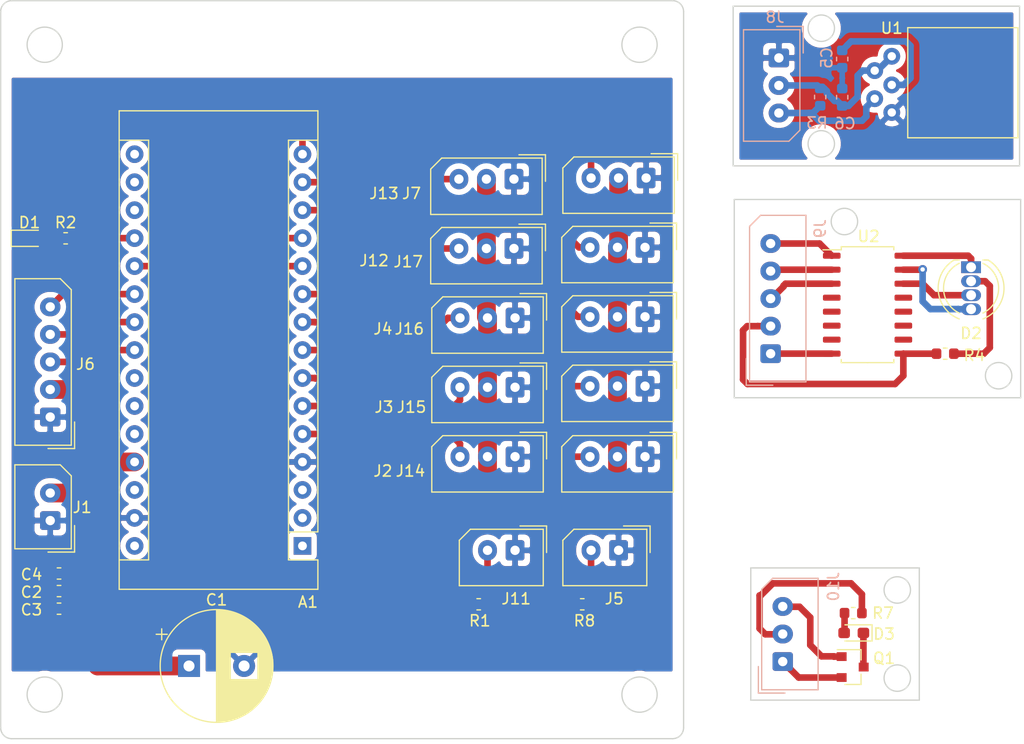
<source format=kicad_pcb>
(kicad_pcb (version 20171130) (host pcbnew "(5.1.4)-1")
  (layers (0 F.Cu signal) (31 B.Cu signal) (34 B.Paste user) (35 F.Paste user) (36 B.SilkS user) (37 F.SilkS user) (38 B.Mask user) (39 F.Mask user) (44 Edge.Cuts user))
  (net 0 "")
  (net 1 "Net-(A1-Pad19)")
  (net 2 GND)
  (net 3 M_LED_BLUE)
  (net 4 PD2)
  (net 5 M_B_OUT)
  (net 6 PD3)
  (net 7 M_G_OUT)
  (net 8 PD4)
  (net 9 M_R_OUT)
  (net 10 "Net-(A1-Pad11)")
  (net 11 +5V)
  (net 12 "Net-(A1-Pad12)")
  (net 13 "Net-(C5-Pad2)")
  (net 14 GNDS)
  (net 15 VDDF)
  (net 16 "Net-(D1-Pad2)")
  (net 17 "Net-(D2-Pad1)")
  (net 18 "Net-(D2-Pad2)")
  (net 19 "Net-(D2-Pad3)")
  (net 20 "Net-(D2-Pad4)")
  (net 21 "Net-(D3-Pad2)")
  (net 22 "Net-(D3-Pad1)")
  (net 23 PB1)
  (net 24 B_OUT)
  (net 25 G_OUT)
  (net 26 R_OUT)
  (net 27 OUT)
  (net 28 GNDA)
  (net 29 +5VD)
  (net 30 GNDD)
  (net 31 VDD)
  (net 32 SIG)
  (net 33 PB0)
  (net 34 PD5)
  (net 35 PD6)
  (net 36 PD7)
  (net 37 PB2)
  (net 38 PB3)
  (net 39 PB4)
  (module Package_TO_SOT_SMD:SOT-23 (layer F.Cu) (at 121.35 106.5)
    (fp_text reference Q1 (at 2.85 -0.8) (layer F.SilkS))
    (fp_text value 2N2222)
    (pad 3 smd rect (at 1 0) (size 0.9 0.8) (layers F.Cu F.Paste F.Mask) (net 22 "Net-(D3-Pad1)"))
    (pad 2 smd rect (at -1 0.95) (size 0.9 0.8) (layers F.Cu F.Paste F.Mask) (net 30 GNDD))
    (pad 1 smd rect (at -1 -0.95) (size 0.9 0.8) (layers F.Cu F.Paste F.Mask) (net 32 SIG))
  )
  (module Connector_Molex:Molex_SPOX_5267-05A_1x05_P2.50mm_Vertical (layer F.Cu) (at 48.5 83.8 90)
    (fp_text reference J6 (at 4.8 3.2 180) (layer F.SilkS))
    (fp_text value Conn_01x05_Female)
    (pad 5 thru_hole oval (at 10 0 90) (size 1.7 1.85) (drill 0.85) (layers *.Cu *.Mask) (net 5 M_B_OUT))
    (pad 4 thru_hole oval (at 7.5 0 90) (size 1.7 1.85) (drill 0.85) (layers *.Cu *.Mask) (net 7 M_G_OUT))
    (pad 3 thru_hole oval (at 5 0 90) (size 1.7 1.85) (drill 0.85) (layers *.Cu *.Mask) (net 9 M_R_OUT))
    (pad 2 thru_hole oval (at 2.5 0 90) (size 1.7 1.85) (drill 0.85) (layers *.Cu *.Mask) (net 11 +5V))
    (pad 1 thru_hole roundrect (at 0 0 90) (size 1.7 1.85) (drill 0.85) (layers *.Cu *.Mask) (roundrect_rratio 0.147059) (net 2 GND))
  )
  (module Module:Arduino_Nano (layer F.Cu) (at 71.4 95.5 180)
    (fp_text reference A1 (at -0.5 -5.1) (layer F.SilkS))
    (fp_text value Arduino_Nano)
    (pad 1 thru_hole rect (at 0 0 180) (size 1.6 1.6) (drill 0.8) (layers *.Cu *.Mask))
    (pad 17 thru_hole oval (at 15.24 33.02 180) (size 1.6 1.6) (drill 0.8) (layers *.Cu *.Mask))
    (pad 2 thru_hole oval (at 0 2.54 180) (size 1.6 1.6) (drill 0.8) (layers *.Cu *.Mask))
    (pad 18 thru_hole oval (at 15.24 30.48 180) (size 1.6 1.6) (drill 0.8) (layers *.Cu *.Mask))
    (pad 3 thru_hole oval (at 0 5.08 180) (size 1.6 1.6) (drill 0.8) (layers *.Cu *.Mask))
    (pad 19 thru_hole oval (at 15.24 27.94 180) (size 1.6 1.6) (drill 0.8) (layers *.Cu *.Mask) (net 1 "Net-(A1-Pad19)"))
    (pad 4 thru_hole oval (at 0 7.62 180) (size 1.6 1.6) (drill 0.8) (layers *.Cu *.Mask) (net 2 GND))
    (pad 20 thru_hole oval (at 15.24 25.4 180) (size 1.6 1.6) (drill 0.8) (layers *.Cu *.Mask) (net 3 M_LED_BLUE))
    (pad 5 thru_hole oval (at 0 10.16 180) (size 1.6 1.6) (drill 0.8) (layers *.Cu *.Mask) (net 4 PD2))
    (pad 21 thru_hole oval (at 15.24 22.86 180) (size 1.6 1.6) (drill 0.8) (layers *.Cu *.Mask) (net 5 M_B_OUT))
    (pad 6 thru_hole oval (at 0 12.7 180) (size 1.6 1.6) (drill 0.8) (layers *.Cu *.Mask) (net 6 PD3))
    (pad 22 thru_hole oval (at 15.24 20.32 180) (size 1.6 1.6) (drill 0.8) (layers *.Cu *.Mask) (net 7 M_G_OUT))
    (pad 7 thru_hole oval (at 0 15.24 180) (size 1.6 1.6) (drill 0.8) (layers *.Cu *.Mask) (net 8 PD4))
    (pad 23 thru_hole oval (at 15.24 17.78 180) (size 1.6 1.6) (drill 0.8) (layers *.Cu *.Mask) (net 9 M_R_OUT))
    (pad 8 thru_hole oval (at 0 17.78 180) (size 1.6 1.6) (drill 0.8) (layers *.Cu *.Mask) (net 34 PD5))
    (pad 24 thru_hole oval (at 15.24 15.24 180) (size 1.6 1.6) (drill 0.8) (layers *.Cu *.Mask))
    (pad 9 thru_hole oval (at 0 20.32 180) (size 1.6 1.6) (drill 0.8) (layers *.Cu *.Mask) (net 35 PD6))
    (pad 25 thru_hole oval (at 15.24 12.7 180) (size 1.6 1.6) (drill 0.8) (layers *.Cu *.Mask))
    (pad 10 thru_hole oval (at 0 22.86 180) (size 1.6 1.6) (drill 0.8) (layers *.Cu *.Mask) (net 36 PD7))
    (pad 26 thru_hole oval (at 15.24 10.16 180) (size 1.6 1.6) (drill 0.8) (layers *.Cu *.Mask))
    (pad 11 thru_hole oval (at 0 25.4 180) (size 1.6 1.6) (drill 0.8) (layers *.Cu *.Mask) (net 10 "Net-(A1-Pad11)"))
    (pad 27 thru_hole oval (at 15.24 7.62 180) (size 1.6 1.6) (drill 0.8) (layers *.Cu *.Mask) (net 11 +5V))
    (pad 12 thru_hole oval (at 0 27.94 180) (size 1.6 1.6) (drill 0.8) (layers *.Cu *.Mask) (net 12 "Net-(A1-Pad12)"))
    (pad 28 thru_hole oval (at 15.24 5.08 180) (size 1.6 1.6) (drill 0.8) (layers *.Cu *.Mask))
    (pad 13 thru_hole oval (at 0 30.48 180) (size 1.6 1.6) (drill 0.8) (layers *.Cu *.Mask) (net 37 PB2))
    (pad 29 thru_hole oval (at 15.24 2.54 180) (size 1.6 1.6) (drill 0.8) (layers *.Cu *.Mask) (net 2 GND))
    (pad 14 thru_hole oval (at 0 33.02 180) (size 1.6 1.6) (drill 0.8) (layers *.Cu *.Mask) (net 38 PB3))
    (pad 30 thru_hole oval (at 15.24 0 180) (size 1.6 1.6) (drill 0.8) (layers *.Cu *.Mask))
    (pad 15 thru_hole oval (at 0 35.56 180) (size 1.6 1.6) (drill 0.8) (layers *.Cu *.Mask) (net 39 PB4))
    (pad 16 thru_hole oval (at 15.24 35.56 180) (size 1.6 1.6) (drill 0.8) (layers *.Cu *.Mask))
  )
  (module Capacitor_THT:CP_Radial_D10.0mm_P5.00mm (layer F.Cu) (at 61.1 106.4)
    (fp_text reference C1 (at 2.5 -6) (layer F.SilkS))
    (fp_text value 220uF)
    (pad 1 thru_hole rect (at 0 0) (size 2 2) (drill 1) (layers *.Cu *.Mask) (net 11 +5V))
    (pad 2 thru_hole circle (at 5 0) (size 2 2) (drill 1) (layers *.Cu *.Mask) (net 2 GND))
  )
  (module Capacitor_SMD:C_0603_1608Metric (layer F.Cu) (at 49.3 99.6 180)
    (fp_text reference C2 (at 2.5 -0.1) (layer F.SilkS))
    (fp_text value 100nF)
    (pad 1 smd roundrect (at -0.7875 0 180) (size 0.875 0.95) (layers F.Cu F.Paste F.Mask) (net 11 +5V))
    (pad 2 smd roundrect (at 0.7875 0 180) (size 0.875 0.95) (layers F.Cu F.Paste F.Mask) (net 2 GND))
  )
  (module Capacitor_SMD:C_0603_1608Metric (layer F.Cu) (at 49.3 101.2 180)
    (fp_text reference C3 (at 2.5 -0.1) (layer F.SilkS))
    (fp_text value 100nF)
    (pad 2 smd roundrect (at 0.7875 0 180) (size 0.875 0.95) (layers F.Cu F.Paste F.Mask) (net 2 GND))
    (pad 1 smd roundrect (at -0.7875 0 180) (size 0.875 0.95) (layers F.Cu F.Paste F.Mask) (net 11 +5V))
  )
  (module Capacitor_SMD:C_0603_1608Metric (layer F.Cu) (at 49.3 98.005001 180)
    (fp_text reference C4 (at 2.5 -0.094999) (layer F.SilkS))
    (fp_text value 100nF)
    (pad 1 smd roundrect (at -0.7875 0 180) (size 0.875 0.95) (layers F.Cu F.Paste F.Mask) (net 11 +5V))
    (pad 2 smd roundrect (at 0.7875 0 180) (size 0.875 0.95) (layers F.Cu F.Paste F.Mask) (net 2 GND))
  )
  (module Capacitor_SMD:C_0603_1608Metric (layer B.Cu) (at 120.4 51.3 90)
    (fp_text reference C5 (at 0.1 -1.4 90) (layer B.SilkS) (effects (justify mirror)))
    (fp_text value 1uF)
    (pad 2 smd roundrect (at 0.7875 0 90) (size 0.875 0.95) (layers B.Cu B.Paste B.Mask) (net 13 "Net-(C5-Pad2)"))
    (pad 1 smd roundrect (at -0.7875 0 90) (size 0.875 0.95) (layers B.Cu B.Paste B.Mask) (net 14 GNDS))
  )
  (module Capacitor_SMD:C_0603_1608Metric (layer B.Cu) (at 120.4 54.765001 270)
    (fp_text reference C6 (at 2.384999 -0.25) (layer B.SilkS) (effects (justify mirror)))
    (fp_text value 1uF)
    (pad 1 smd roundrect (at -0.7875 0 270) (size 0.875 0.95) (layers B.Cu B.Paste B.Mask) (net 14 GNDS))
    (pad 2 smd roundrect (at 0.7875 0 270) (size 0.875 0.95) (layers B.Cu B.Paste B.Mask) (net 15 VDDF))
  )
  (module LED_SMD:LED_0603_1608Metric_Pad1.05x0.95mm_HandSolder (layer F.Cu) (at 46.620001 67.575)
    (fp_text reference D1 (at 0 -1.43) (layer F.SilkS))
    (fp_text value Blue)
    (pad 1 smd roundrect (at -0.875 0) (size 1.05 0.95) (layers F.Cu F.Paste F.Mask) (net 2 GND))
    (pad 2 smd roundrect (at 0.875 0) (size 1.05 0.95) (layers F.Cu F.Paste F.Mask) (net 16 "Net-(D1-Pad2)"))
  )
  (module LED_SMD:LED_0603_1608Metric_Pad1.05x0.95mm_HandSolder (layer F.Cu) (at 121.45 103.4 180)
    (fp_text reference D3 (at -2.75 -0.1) (layer F.SilkS))
    (fp_text value LED)
    (pad 2 smd roundrect (at 0.875 0 180) (size 1.05 0.95) (layers F.Cu F.Paste F.Mask) (net 21 "Net-(D3-Pad2)"))
    (pad 1 smd roundrect (at -0.875 0 180) (size 1.05 0.95) (layers F.Cu F.Paste F.Mask) (net 22 "Net-(D3-Pad1)"))
  )
  (module Connector_Molex:Molex_SPOX_5267-02A_1x02_P2.50mm_Vertical (layer F.Cu) (at 48.5 93.2 90)
    (fp_text reference J1 (at 1.2 2.9) (layer F.SilkS))
    (fp_text value POWER)
    (pad 1 thru_hole roundrect (at 0 0 90) (size 1.7 1.85) (drill 0.85) (layers *.Cu *.Mask) (roundrect_rratio 0.147059) (net 2 GND))
    (pad 2 thru_hole oval (at 2.5 0 90) (size 1.7 1.85) (drill 0.85) (layers *.Cu *.Mask) (net 11 +5V))
  )
  (module Connector_Molex:Molex_SPOX_5267-03A_1x03_P2.50mm_Vertical (layer F.Cu) (at 90.7 87.4 180)
    (fp_text reference J2 (at 12 -1.3) (layer F.SilkS))
    (fp_text value TOUCH)
    (pad 3 thru_hole oval (at 5 0 180) (size 1.7 1.85) (drill 0.85) (layers *.Cu *.Mask) (net 4 PD2))
    (pad 2 thru_hole oval (at 2.5 0 180) (size 1.7 1.85) (drill 0.85) (layers *.Cu *.Mask) (net 11 +5V))
    (pad 1 thru_hole roundrect (at 0 0 180) (size 1.7 1.85) (drill 0.85) (layers *.Cu *.Mask) (roundrect_rratio 0.147059) (net 2 GND))
  )
  (module Connector_Molex:Molex_SPOX_5267-03A_1x03_P2.50mm_Vertical (layer F.Cu) (at 90.7 81.1 180)
    (fp_text reference J3 (at 11.9 -1.8) (layer F.SilkS))
    (fp_text value TOUCH)
    (pad 1 thru_hole roundrect (at 0 0 180) (size 1.7 1.85) (drill 0.85) (layers *.Cu *.Mask) (roundrect_rratio 0.147059) (net 2 GND))
    (pad 2 thru_hole oval (at 2.5 0 180) (size 1.7 1.85) (drill 0.85) (layers *.Cu *.Mask) (net 11 +5V))
    (pad 3 thru_hole oval (at 5 0 180) (size 1.7 1.85) (drill 0.85) (layers *.Cu *.Mask) (net 6 PD3))
  )
  (module Connector_Molex:Molex_SPOX_5267-03A_1x03_P2.50mm_Vertical (layer F.Cu) (at 90.7 74.8 180)
    (fp_text reference J4 (at 12 -1) (layer F.SilkS))
    (fp_text value TOUCH)
    (pad 3 thru_hole oval (at 5 0 180) (size 1.7 1.85) (drill 0.85) (layers *.Cu *.Mask) (net 8 PD4))
    (pad 2 thru_hole oval (at 2.5 0 180) (size 1.7 1.85) (drill 0.85) (layers *.Cu *.Mask) (net 11 +5V))
    (pad 1 thru_hole roundrect (at 0 0 180) (size 1.7 1.85) (drill 0.85) (layers *.Cu *.Mask) (roundrect_rratio 0.147059) (net 2 GND))
  )
  (module Connector_Molex:Molex_SPOX_5267-02A_1x02_P2.50mm_Vertical (layer F.Cu) (at 100.1 95.9 180)
    (fp_text reference J5 (at 0.4 -4.4) (layer F.SilkS))
    (fp_text value WS2812B)
    (pad 2 thru_hole oval (at 2.5 0 180) (size 1.7 1.85) (drill 0.85) (layers *.Cu *.Mask) (net 23 PB1))
    (pad 1 thru_hole roundrect (at 0 0 180) (size 1.7 1.85) (drill 0.85) (layers *.Cu *.Mask) (roundrect_rratio 0.147059) (net 2 GND))
  )
  (module Connector_Molex:Molex_SPOX_5267-03A_1x03_P2.50mm_Vertical (layer F.Cu) (at 102.6 62.1 180)
    (fp_text reference J7 (at 21.3 -1.4) (layer F.SilkS))
    (fp_text value BLUE_LED)
    (pad 1 thru_hole roundrect (at 0 0 180) (size 1.7 1.85) (drill 0.85) (layers *.Cu *.Mask) (roundrect_rratio 0.147059) (net 2 GND))
    (pad 2 thru_hole oval (at 2.5 0 180) (size 1.7 1.85) (drill 0.85) (layers *.Cu *.Mask) (net 11 +5V))
    (pad 3 thru_hole oval (at 5 0 180) (size 1.7 1.85) (drill 0.85) (layers *.Cu *.Mask) (net 3 M_LED_BLUE))
  )
  (module Connector_Molex:Molex_SPOX_5267-03A_1x03_P2.50mm_Vertical (layer B.Cu) (at 114.65 51.2 270)
    (fp_text reference J8 (at -3.7 0.35 180) (layer B.SilkS) (effects (justify mirror)))
    (fp_text value Conn_01x03_Female)
    (pad 3 thru_hole oval (at 5 0 270) (size 1.7 1.85) (drill 0.85) (layers *.Cu *.Mask) (net 27 OUT))
    (pad 2 thru_hole oval (at 2.5 0 270) (size 1.7 1.85) (drill 0.85) (layers *.Cu *.Mask) (net 15 VDDF))
    (pad 1 thru_hole roundrect (at 0 0 270) (size 1.7 1.85) (drill 0.85) (layers *.Cu *.Mask) (roundrect_rratio 0.147059) (net 14 GNDS))
  )
  (module Connector_Molex:Molex_SPOX_5267-05A_1x05_P2.50mm_Vertical (layer B.Cu) (at 113.9 78.05 90)
    (fp_text reference J9 (at 11.35 4.5 90) (layer B.SilkS) (effects (justify mirror)))
    (fp_text value Conn_01x05_Female)
    (pad 1 thru_hole roundrect (at 0 0 90) (size 1.7 1.85) (drill 0.85) (layers *.Cu *.Mask) (roundrect_rratio 0.147059) (net 28 GNDA))
    (pad 2 thru_hole oval (at 2.5 0 90) (size 1.7 1.85) (drill 0.85) (layers *.Cu *.Mask) (net 29 +5VD))
    (pad 3 thru_hole oval (at 5 0 90) (size 1.7 1.85) (drill 0.85) (layers *.Cu *.Mask) (net 26 R_OUT))
    (pad 4 thru_hole oval (at 7.5 0 90) (size 1.7 1.85) (drill 0.85) (layers *.Cu *.Mask) (net 25 G_OUT))
    (pad 5 thru_hole oval (at 10 0 90) (size 1.7 1.85) (drill 0.85) (layers *.Cu *.Mask) (net 24 B_OUT))
  )
  (module Connector_Molex:Molex_SPOX_5267-03A_1x03_P2.50mm_Vertical (layer B.Cu) (at 115 106 90)
    (fp_text reference J10 (at 6.8 4.6 270) (layer B.SilkS) (effects (justify mirror)))
    (fp_text value Conn_01x03_Female)
    (pad 1 thru_hole roundrect (at 0 0 90) (size 1.7 1.85) (drill 0.85) (layers *.Cu *.Mask) (roundrect_rratio 0.147059) (net 30 GNDD))
    (pad 2 thru_hole oval (at 2.5 0 90) (size 1.7 1.85) (drill 0.85) (layers *.Cu *.Mask) (net 31 VDD))
    (pad 3 thru_hole oval (at 5 0 90) (size 1.7 1.85) (drill 0.85) (layers *.Cu *.Mask) (net 32 SIG))
  )
  (module Connector_Molex:Molex_SPOX_5267-02A_1x02_P2.50mm_Vertical (layer F.Cu) (at 90.7 95.9 180)
    (fp_text reference J11 (at -0.1 -4.4) (layer F.SilkS))
    (fp_text value WS2812B)
    (pad 1 thru_hole roundrect (at 0 0 180) (size 1.7 1.85) (drill 0.85) (layers *.Cu *.Mask) (roundrect_rratio 0.147059) (net 2 GND))
    (pad 2 thru_hole oval (at 2.5 0 180) (size 1.7 1.85) (drill 0.85) (layers *.Cu *.Mask) (net 33 PB0))
  )
  (module Resistor_SMD:R_0603_1608Metric (layer F.Cu) (at 87.4 100.8)
    (fp_text reference R1 (at 0.1 1.5) (layer F.SilkS))
    (fp_text value 300)
    (pad 2 smd roundrect (at 0.7875 0) (size 0.875 0.95) (layers F.Cu F.Paste F.Mask) (net 33 PB0))
    (pad 1 smd roundrect (at -0.7875 0) (size 0.875 0.95) (layers F.Cu F.Paste F.Mask) (net 10 "Net-(A1-Pad11)"))
  )
  (module Resistor_SMD:R_0603_1608Metric (layer F.Cu) (at 49.9 67.575)
    (fp_text reference R2 (at 0 -1.43) (layer F.SilkS))
    (fp_text value 470)
    (pad 1 smd roundrect (at -0.7875 0) (size 0.875 0.95) (layers F.Cu F.Paste F.Mask) (net 16 "Net-(D1-Pad2)"))
    (pad 2 smd roundrect (at 0.7875 0) (size 0.875 0.95) (layers F.Cu F.Paste F.Mask) (net 1 "Net-(A1-Pad19)"))
  )
  (module Resistor_SMD:R_0603_1608Metric (layer B.Cu) (at 118.4 54.75 90)
    (fp_text reference R3 (at -2.35 -0.29 180) (layer B.SilkS) (effects (justify mirror)))
    (fp_text value 10k)
    (pad 2 smd roundrect (at 0.7875 0 90) (size 0.875 0.95) (layers B.Cu B.Paste B.Mask) (net 15 VDDF))
    (pad 1 smd roundrect (at -0.7875 0 90) (size 0.875 0.95) (layers B.Cu B.Paste B.Mask) (net 27 OUT))
  )
  (module Resistor_SMD:R_0603_1608Metric (layer F.Cu) (at 129.75 78.05)
    (fp_text reference R4 (at 2.65 0.15) (layer F.SilkS))
    (fp_text value 470)
    (pad 2 smd roundrect (at 0.7875 0) (size 0.875 0.95) (layers F.Cu F.Paste F.Mask) (net 18 "Net-(D2-Pad2)"))
    (pad 1 smd roundrect (at -0.7875 0) (size 0.875 0.95) (layers F.Cu F.Paste F.Mask) (net 29 +5VD))
  )
  (module Resistor_SMD:R_0603_1608Metric (layer F.Cu) (at 121.4 101.6 180)
    (fp_text reference R7 (at -2.7 0) (layer F.SilkS))
    (fp_text value 470)
    (pad 1 smd roundrect (at -0.7875 0 180) (size 0.875 0.95) (layers F.Cu F.Paste F.Mask) (net 31 VDD))
    (pad 2 smd roundrect (at 0.7875 0 180) (size 0.875 0.95) (layers F.Cu F.Paste F.Mask) (net 21 "Net-(D3-Pad2)"))
  )
  (module Resistor_SMD:R_0603_1608Metric (layer F.Cu) (at 96.8 100.8)
    (fp_text reference R8 (at 0.2 1.5) (layer F.SilkS))
    (fp_text value 300)
    (pad 1 smd roundrect (at -0.7875 0) (size 0.875 0.95) (layers F.Cu F.Paste F.Mask) (net 12 "Net-(A1-Pad12)"))
    (pad 2 smd roundrect (at 0.7875 0) (size 0.875 0.95) (layers F.Cu F.Paste F.Mask) (net 23 PB1))
  )
  (module JYment_LIB:DS01S_DIP_SiliconType (layer F.Cu) (at 123.35 51.05 270)
    (fp_text reference U1 (at -2.55 -1.55 180) (layer F.SilkS))
    (fp_text value TS01S_DIP)
    (pad 1 thru_hole circle (at 0 -1.55 270) (size 1.524 1.524) (drill 0.762) (layers *.Cu *.Mask) (net 15 VDDF))
    (pad 3 thru_hole circle (at 2.6 -1.55 270) (size 1.524 1.524) (drill 0.762) (layers *.Cu *.Mask) (net 13 "Net-(C5-Pad2)"))
    (pad 2 thru_hole circle (at 1.3 0 270) (size 1.524 1.524) (drill 0.762) (layers *.Cu *.Mask) (net 15 VDDF))
    (pad 4 thru_hole circle (at 3.85 0 270) (size 1.524 1.524) (drill 0.762) (layers *.Cu *.Mask) (net 27 OUT))
    (pad 5 thru_hole circle (at 5.1 -1.55 270) (size 1.524 1.524) (drill 0.762) (layers *.Cu *.Mask) (net 14 GNDS))
  )
  (module Package_SO:SOIC-16_4.55x10.3mm_P1.27mm (layer F.Cu) (at 122.7 73.6)
    (fp_text reference U2 (at 0.1 -6.2) (layer F.SilkS))
    (fp_text value ULN2003)
    (pad 1 smd roundrect (at -3.25 -4.445) (size 1.6 0.55) (layers F.Cu F.Paste F.Mask) (net 24 B_OUT))
    (pad 2 smd roundrect (at -3.25 -3.175) (size 1.6 0.55) (layers F.Cu F.Paste F.Mask) (net 25 G_OUT))
    (pad 3 smd roundrect (at -3.25 -1.905) (size 1.6 0.55) (layers F.Cu F.Paste F.Mask) (net 26 R_OUT))
    (pad 4 smd roundrect (at -3.25 -0.635) (size 1.6 0.55) (layers F.Cu F.Paste F.Mask))
    (pad 5 smd roundrect (at -3.25 0.635) (size 1.6 0.55) (layers F.Cu F.Paste F.Mask))
    (pad 6 smd roundrect (at -3.25 1.905) (size 1.6 0.55) (layers F.Cu F.Paste F.Mask))
    (pad 7 smd roundrect (at -3.25 3.175) (size 1.6 0.55) (layers F.Cu F.Paste F.Mask))
    (pad 8 smd roundrect (at -3.25 4.445) (size 1.6 0.55) (layers F.Cu F.Paste F.Mask) (net 28 GNDA))
    (pad 9 smd roundrect (at 3.25 4.445) (size 1.6 0.55) (layers F.Cu F.Paste F.Mask) (net 29 +5VD))
    (pad 10 smd roundrect (at 3.25 3.175) (size 1.6 0.55) (layers F.Cu F.Paste F.Mask))
    (pad 11 smd roundrect (at 3.25 1.905) (size 1.6 0.55) (layers F.Cu F.Paste F.Mask))
    (pad 12 smd roundrect (at 3.25 0.635) (size 1.6 0.55) (layers F.Cu F.Paste F.Mask))
    (pad 13 smd roundrect (at 3.25 -0.635) (size 1.6 0.55) (layers F.Cu F.Paste F.Mask))
    (pad 14 smd roundrect (at 3.25 -1.905) (size 1.6 0.55) (layers F.Cu F.Paste F.Mask) (net 19 "Net-(D2-Pad3)"))
    (pad 15 smd roundrect (at 3.25 -3.175) (size 1.6 0.55) (layers F.Cu F.Paste F.Mask) (net 20 "Net-(D2-Pad4)"))
    (pad 16 smd roundrect (at 3.25 -4.445) (size 1.6 0.55) (layers F.Cu F.Paste F.Mask) (net 17 "Net-(D2-Pad1)"))
  )
  (module LED_THT:LED_D5.0mm-4_RGB (layer F.Cu) (at 132.1 70.2 270)
    (fp_text reference D2 (at 6 0 180) (layer F.SilkS))
    (fp_text value LED_RABG)
    (pad 1 thru_hole rect (at 0 0 270) (size 1.07 1.8) (drill 0.9) (layers *.Cu *.Mask) (net 17 "Net-(D2-Pad1)"))
    (pad 2 thru_hole oval (at 1.27 0 270) (size 1.07 1.8) (drill 0.9) (layers *.Cu *.Mask) (net 18 "Net-(D2-Pad2)"))
    (pad 3 thru_hole oval (at 2.54 0 270) (size 1.07 1.8) (drill 0.9) (layers *.Cu *.Mask) (net 19 "Net-(D2-Pad3)"))
    (pad 4 thru_hole oval (at 3.81 0 270) (size 1.07 1.8) (drill 0.9) (layers *.Cu *.Mask) (net 20 "Net-(D2-Pad4)"))
  )
  (module Connector_Molex:Molex_SPOX_5267-03A_1x03_P2.50mm_Vertical (layer F.Cu) (at 90.6 68.5 180)
    (fp_text reference J12 (at 12.7 -1.1) (layer F.SilkS))
    (fp_text value EX1)
    (pad 3 thru_hole oval (at 5 0 180) (size 1.7 1.85) (drill 0.85) (layers *.Cu *.Mask) (net 34 PD5))
    (pad 2 thru_hole oval (at 2.5 0 180) (size 1.7 1.85) (drill 0.85) (layers *.Cu *.Mask) (net 11 +5V))
    (pad 1 thru_hole roundrect (at 0 0 180) (size 1.7 1.85) (drill 0.85) (layers *.Cu *.Mask) (roundrect_rratio 0.147059) (net 2 GND))
  )
  (module Connector_Molex:Molex_SPOX_5267-03A_1x03_P2.50mm_Vertical (layer F.Cu) (at 90.6 62.2 180)
    (fp_text reference J13 (at 11.8 -1.3) (layer F.SilkS))
    (fp_text value EX2)
    (pad 1 thru_hole roundrect (at 0 0 180) (size 1.7 1.85) (drill 0.85) (layers *.Cu *.Mask) (roundrect_rratio 0.147059) (net 2 GND))
    (pad 2 thru_hole oval (at 2.5 0 180) (size 1.7 1.85) (drill 0.85) (layers *.Cu *.Mask) (net 11 +5V))
    (pad 3 thru_hole oval (at 5 0 180) (size 1.7 1.85) (drill 0.85) (layers *.Cu *.Mask) (net 35 PD6))
  )
  (module Connector_Molex:Molex_SPOX_5267-03A_1x03_P2.50mm_Vertical (layer F.Cu) (at 102.5 87.4 180)
    (fp_text reference J14 (at 21.3 -1.3 180) (layer F.SilkS))
    (fp_text value EX3)
    (pad 1 thru_hole roundrect (at 0 0 180) (size 1.7 1.85) (drill 0.85) (layers *.Cu *.Mask) (roundrect_rratio 0.147059) (net 2 GND))
    (pad 2 thru_hole oval (at 2.5 0 180) (size 1.7 1.85) (drill 0.85) (layers *.Cu *.Mask) (net 11 +5V))
    (pad 3 thru_hole oval (at 5 0 180) (size 1.7 1.85) (drill 0.85) (layers *.Cu *.Mask) (net 36 PD7))
  )
  (module Connector_Molex:Molex_SPOX_5267-03A_1x03_P2.50mm_Vertical (layer F.Cu) (at 102.5 81 180)
    (fp_text reference J15 (at 21.2 -1.9 180) (layer F.SilkS))
    (fp_text value EX4)
    (pad 3 thru_hole oval (at 5 0 180) (size 1.7 1.85) (drill 0.85) (layers *.Cu *.Mask) (net 37 PB2))
    (pad 2 thru_hole oval (at 2.5 0 180) (size 1.7 1.85) (drill 0.85) (layers *.Cu *.Mask) (net 11 +5V))
    (pad 1 thru_hole roundrect (at 0 0 180) (size 1.7 1.85) (drill 0.85) (layers *.Cu *.Mask) (roundrect_rratio 0.147059) (net 2 GND))
  )
  (module Connector_Molex:Molex_SPOX_5267-03A_1x03_P2.50mm_Vertical (layer F.Cu) (at 102.5 74.7 180)
    (fp_text reference J16 (at 21.4 -1.1) (layer F.SilkS))
    (fp_text value EX5)
    (pad 1 thru_hole roundrect (at 0 0 180) (size 1.7 1.85) (drill 0.85) (layers *.Cu *.Mask) (roundrect_rratio 0.147059) (net 2 GND))
    (pad 2 thru_hole oval (at 2.5 0 180) (size 1.7 1.85) (drill 0.85) (layers *.Cu *.Mask) (net 11 +5V))
    (pad 3 thru_hole oval (at 5 0 180) (size 1.7 1.85) (drill 0.85) (layers *.Cu *.Mask) (net 38 PB3))
  )
  (module Connector_Molex:Molex_SPOX_5267-03A_1x03_P2.50mm_Vertical (layer F.Cu) (at 102.5 68.4 180)
    (fp_text reference J17 (at 21.5 -1.3) (layer F.SilkS))
    (fp_text value EX6)
    (pad 3 thru_hole oval (at 5 0 180) (size 1.7 1.85) (drill 0.85) (layers *.Cu *.Mask) (net 39 PB4))
    (pad 2 thru_hole oval (at 2.5 0 180) (size 1.7 1.85) (drill 0.85) (layers *.Cu *.Mask) (net 11 +5V))
    (pad 1 thru_hole roundrect (at 0 0 180) (size 1.7 1.85) (drill 0.85) (layers *.Cu *.Mask) (roundrect_rratio 0.147059) (net 2 GND))
  )
  (gr_circle (center 125.4 107.5) (end 126.6 107.5) (layer Edge.Cuts) (width 0.12))
  (gr_circle (center 125.4 99.5) (end 126.6 99.5) (layer Edge.Cuts) (width 0.12))
  (gr_line (start 127.4 109.5) (end 127.4 97.5) (layer Edge.Cuts) (width 0.12))
  (gr_line (start 112.1 109.5) (end 127.4 109.5) (layer Edge.Cuts) (width 0.12))
  (gr_line (start 112.1 109.5) (end 112.1 97.5) (layer Edge.Cuts) (width 0.12))
  (gr_line (start 112.1 97.5) (end 127.4 97.5) (layer Edge.Cuts) (width 0.12))
  (gr_circle (center 134.6 80.05) (end 135.8 80.05) (layer Edge.Cuts) (width 0.12))
  (gr_circle (center 120.6 66.05) (end 121.8 66.05) (layer Edge.Cuts) (width 0.12))
  (gr_line (start 136.6 64.05) (end 136.6 82.05) (layer Edge.Cuts) (width 0.12))
  (gr_line (start 110.6 64.05) (end 110.6 82.05) (layer Edge.Cuts) (width 0.12))
  (gr_line (start 110.6 82.05) (end 136.6 82.05) (layer Edge.Cuts) (width 0.12))
  (gr_line (start 110.6 64.05) (end 136.6 64.05) (layer Edge.Cuts) (width 0.12))
  (gr_line (start 110.5 61) (end 136.5 61) (layer Edge.Cuts) (width 0.12))
  (gr_circle (center 48 109) (end 49.6 109) (layer Edge.Cuts) (width 0.12))
  (gr_circle (center 48 50) (end 49.6 50) (layer Edge.Cuts) (width 0.12))
  (gr_circle (center 102 50) (end 103.6 50) (layer Edge.Cuts) (width 0.12))
  (gr_circle (center 118.5 48.5) (end 119.7 48.5) (layer Edge.Cuts) (width 0.12))
  (gr_circle (center 118.5 59) (end 119.7 59) (layer Edge.Cuts) (width 0.12))
  (gr_line (start 110.5 46.5) (end 110.5 61) (layer Edge.Cuts) (width 0.12))
  (gr_line (start 110.5 46.5) (end 136.5 46.5) (layer Edge.Cuts) (width 0.12))
  (gr_line (start 136.5 46.5) (end 136.5 61) (layer Edge.Cuts) (width 0.12))
  (gr_arc (start 105 47) (end 106 47) (angle -90) (layer Edge.Cuts) (width 0.12))
  (gr_arc (start 105 112) (end 105 113) (angle -90) (layer Edge.Cuts) (width 0.12))
  (gr_arc (start 45 112) (end 44 112) (angle -90) (layer Edge.Cuts) (width 0.12))
  (gr_arc (start 45 47) (end 45 46) (angle -90) (layer Edge.Cuts) (width 0.12))
  (gr_circle (center 102 109) (end 103.6 109) (layer Edge.Cuts) (width 0.12))
  (gr_line (start 44 112) (end 44 47) (layer Edge.Cuts) (width 0.12))
  (gr_line (start 105 113) (end 45 113) (layer Edge.Cuts) (width 0.12))
  (gr_line (start 106 47) (end 106 112) (layer Edge.Cuts) (width 0.12))
  (gr_line (start 45 46) (end 105 46) (layer Edge.Cuts) (width 0.12))
  (segment (start 50.7025 67.56) (end 50.6875 67.575) (width 0.6) (layer F.Cu) (net 1))
  (segment (start 56.16 67.56) (end 50.7025 67.56) (width 0.6) (layer F.Cu) (net 1))
  (segment (start 97.6 62.1) (end 97.6 56.7) (width 0.6) (layer F.Cu) (net 3))
  (segment (start 97.6 56.7) (end 96.7 55.8) (width 0.6) (layer F.Cu) (net 3))
  (segment (start 96.7 55.8) (end 60.8 55.8) (width 0.6) (layer F.Cu) (net 3))
  (segment (start 60.8 55.8) (end 59.4 57.2) (width 0.6) (layer F.Cu) (net 3))
  (segment (start 59.4 57.2) (end 59.4 69.3) (width 0.6) (layer F.Cu) (net 3))
  (segment (start 58.6 70.1) (end 56.16 70.1) (width 0.6) (layer F.Cu) (net 3))
  (segment (start 59.4 69.3) (end 58.6 70.1) (width 0.6) (layer F.Cu) (net 3))
  (segment (start 85.7 87.325) (end 85.7 87.4) (width 0.6) (layer F.Cu) (net 4))
  (segment (start 84.815 85.34) (end 71.4 85.34) (width 0.6) (layer F.Cu) (net 4))
  (segment (start 85.7 87.4) (end 85.7 86.225) (width 0.6) (layer F.Cu) (net 4))
  (segment (start 85.7 86.225) (end 84.815 85.34) (width 0.6) (layer F.Cu) (net 4))
  (segment (start 49.66 72.64) (end 48.5 73.8) (width 0.6) (layer F.Cu) (net 5))
  (segment (start 56.16 72.64) (end 49.66 72.64) (width 0.6) (layer F.Cu) (net 5))
  (segment (start 85.7 82.275) (end 85.7 81.1) (width 0.6) (layer F.Cu) (net 6))
  (segment (start 85.175 82.8) (end 85.7 82.275) (width 0.6) (layer F.Cu) (net 6))
  (segment (start 71.4 82.8) (end 85.175 82.8) (width 0.6) (layer F.Cu) (net 6))
  (segment (start 51.145 75.18) (end 56.16 75.18) (width 0.6) (layer F.Cu) (net 7))
  (segment (start 48.5 76.3) (end 50.025 76.3) (width 0.6) (layer F.Cu) (net 7))
  (segment (start 50.025 76.3) (end 51.145 75.18) (width 0.6) (layer F.Cu) (net 7))
  (segment (start 72.53137 80.26) (end 72.57137 80.3) (width 0.6) (layer F.Cu) (net 8))
  (segment (start 71.4 80.26) (end 72.53137 80.26) (width 0.6) (layer F.Cu) (net 8))
  (segment (start 80.4 79.7) (end 79.8 80.3) (width 0.6) (layer F.Cu) (net 8))
  (segment (start 80.4 75.5) (end 80.4 79.7) (width 0.6) (layer F.Cu) (net 8))
  (segment (start 72.57137 80.3) (end 79.8 80.3) (width 0.6) (layer F.Cu) (net 8))
  (segment (start 85.7 74.8) (end 84.6 74.8) (width 0.6) (layer F.Cu) (net 8))
  (segment (start 84.6 74.8) (end 84.3 75.1) (width 0.6) (layer F.Cu) (net 8))
  (segment (start 84.3 75.1) (end 80.8 75.1) (width 0.6) (layer F.Cu) (net 8))
  (segment (start 80.8 75.1) (end 80.4 75.5) (width 0.6) (layer F.Cu) (net 8))
  (segment (start 50.025 78.8) (end 51.125 77.7) (width 0.6) (layer F.Cu) (net 9))
  (segment (start 48.5 78.8) (end 50.025 78.8) (width 0.6) (layer F.Cu) (net 9))
  (segment (start 51.145 77.72) (end 56.16 77.72) (width 0.6) (layer F.Cu) (net 9))
  (segment (start 51.125 77.7) (end 51.145 77.72) (width 0.6) (layer F.Cu) (net 9))
  (segment (start 70 70.1) (end 71.4 70.1) (width 0.6) (layer F.Cu) (net 10))
  (segment (start 69 71.1) (end 70 70.1) (width 0.6) (layer F.Cu) (net 10))
  (segment (start 69 99.7) (end 69 71.1) (width 0.6) (layer F.Cu) (net 10))
  (segment (start 86.6125 100.8) (end 70.1 100.8) (width 0.6) (layer F.Cu) (net 10))
  (segment (start 70.1 100.8) (end 69 99.7) (width 0.6) (layer F.Cu) (net 10))
  (segment (start 88.1 62.2) (end 88.1 68.5) (width 1.7) (layer F.Cu) (net 11))
  (segment (start 88.1 74.7) (end 88.2 74.8) (width 1.7) (layer F.Cu) (net 11))
  (segment (start 88.1 68.5) (end 88.1 74.7) (width 1.7) (layer F.Cu) (net 11))
  (segment (start 88.2 81.1) (end 88.2 74.8) (width 1.7) (layer F.Cu) (net 11))
  (segment (start 88.2 87.4) (end 88.2 81.1) (width 1.7) (layer F.Cu) (net 11))
  (segment (start 100 86.225) (end 100 81) (width 1.7) (layer F.Cu) (net 11))
  (segment (start 100 87.4) (end 100 86.225) (width 1.7) (layer F.Cu) (net 11))
  (segment (start 100 74.7) (end 100 81) (width 1.7) (layer F.Cu) (net 11))
  (segment (start 100 68.4) (end 100 74.7) (width 1.7) (layer F.Cu) (net 11))
  (segment (start 100.1 68.3) (end 100 68.4) (width 1.7) (layer F.Cu) (net 11))
  (segment (start 100.1 62.1) (end 100.1 68.3) (width 1.7) (layer F.Cu) (net 11))
  (segment (start 48.5 90.7) (end 48.575 90.7) (width 1.7) (layer F.Cu) (net 11))
  (segment (start 51 81.3) (end 48.5 81.3) (width 1.7) (layer F.Cu) (net 11))
  (segment (start 51.395 81.695) (end 51 81.3) (width 1.7) (layer F.Cu) (net 11))
  (segment (start 48.5 90.7) (end 50.6 90.7) (width 1.7) (layer F.Cu) (net 11))
  (segment (start 50.6 90.7) (end 51.395 89.905) (width 1.7) (layer F.Cu) (net 11))
  (segment (start 51.395 88.505) (end 51.495 88.505) (width 1.7) (layer F.Cu) (net 11))
  (segment (start 51.395 88.505) (end 51.395 81.695) (width 1.7) (layer F.Cu) (net 11))
  (segment (start 51.395 89.905) (end 51.395 88.505) (width 1.7) (layer F.Cu) (net 11))
  (segment (start 52.12 87.88) (end 56.16 87.88) (width 1.7) (layer F.Cu) (net 11))
  (segment (start 51.495 88.505) (end 52.12 87.88) (width 1.7) (layer F.Cu) (net 11))
  (segment (start 50.794999 98.005001) (end 50.0875 98.005001) (width 1.7) (layer F.Cu) (net 11))
  (segment (start 51.3 97.5) (end 50.794999 98.005001) (width 1.7) (layer F.Cu) (net 11))
  (segment (start 50.6 90.7) (end 51.3 91.4) (width 1.7) (layer F.Cu) (net 11))
  (segment (start 51.3 91.4) (end 51.3 97.5) (width 1.7) (layer F.Cu) (net 11))
  (segment (start 51.3 97.5) (end 51.3 99.2) (width 1.7) (layer F.Cu) (net 11))
  (segment (start 50.9 99.6) (end 50.0875 99.6) (width 1.7) (layer F.Cu) (net 11))
  (segment (start 51.3 99.2) (end 50.9 99.6) (width 1.7) (layer F.Cu) (net 11))
  (segment (start 50.9 101.2) (end 50.0875 101.2) (width 1.7) (layer F.Cu) (net 11))
  (segment (start 51.3 100.8) (end 50.9 101.2) (width 1.7) (layer F.Cu) (net 11))
  (segment (start 51.3 100.8) (end 51.3 104.9) (width 1.7) (layer F.Cu) (net 11))
  (segment (start 52.8 106.4) (end 61.1 106.4) (width 1.7) (layer F.Cu) (net 11))
  (segment (start 51.3 104.9) (end 52.8 106.4) (width 1.7) (layer F.Cu) (net 11))
  (segment (start 51.3 100.4) (end 51.3 100.8) (width 1.7) (layer F.Cu) (net 11))
  (segment (start 51.3 99.2) (end 51.3 100.4) (width 1.7) (layer F.Cu) (net 11))
  (segment (start 100 90.3) (end 100 87.4) (width 1.7) (layer F.Cu) (net 11))
  (segment (start 53.8 102.9) (end 67.4 102.9) (width 1.7) (layer F.Cu) (net 11))
  (segment (start 67.4 102.9) (end 69.9 105.4) (width 1.7) (layer F.Cu) (net 11))
  (segment (start 69.9 105.4) (end 99.6 105.4) (width 1.7) (layer F.Cu) (net 11))
  (segment (start 99.6 105.4) (end 103.2 101.8) (width 1.7) (layer F.Cu) (net 11))
  (segment (start 51.3 100.4) (end 53.8 102.9) (width 1.7) (layer F.Cu) (net 11))
  (segment (start 103.2 101.8) (end 103.2 93.5) (width 1.7) (layer F.Cu) (net 11))
  (segment (start 101.4 91.7) (end 100 90.3) (width 1.7) (layer F.Cu) (net 11))
  (segment (start 103.2 93.5) (end 101.4 91.7) (width 1.7) (layer F.Cu) (net 11))
  (segment (start 88.2 90.1) (end 88.2 87.4) (width 1.7) (layer F.Cu) (net 11))
  (segment (start 101.4 91.7) (end 89.8 91.7) (width 1.7) (layer F.Cu) (net 11))
  (segment (start 89.8 91.7) (end 88.2 90.1) (width 1.7) (layer F.Cu) (net 11))
  (segment (start 68.94 67.56) (end 71.4 67.56) (width 0.6) (layer F.Cu) (net 12))
  (segment (start 96.0125 101.7875) (end 95.3 102.5) (width 0.6) (layer F.Cu) (net 12))
  (segment (start 96.0125 100.8) (end 96.0125 101.7875) (width 0.6) (layer F.Cu) (net 12))
  (segment (start 95.3 102.5) (end 69.8 102.5) (width 0.6) (layer F.Cu) (net 12))
  (segment (start 69.8 102.5) (end 67.8 100.5) (width 0.6) (layer F.Cu) (net 12))
  (segment (start 67.8 100.5) (end 67.8 68.7) (width 0.6) (layer F.Cu) (net 12))
  (segment (start 67.8 68.7) (end 68.94 67.56) (width 0.6) (layer F.Cu) (net 12))
  (segment (start 120.861612 50.050888) (end 120.861612 50.038388) (width 0.6) (layer B.Cu) (net 13))
  (segment (start 120.4 50.5125) (end 120.861612 50.050888) (width 0.6) (layer B.Cu) (net 13))
  (segment (start 120.861612 50.038388) (end 121.2 49.7) (width 0.6) (layer B.Cu) (net 13))
  (segment (start 121.2 49.7) (end 126.2 49.7) (width 0.6) (layer B.Cu) (net 13))
  (segment (start 126.2 49.7) (end 126.6 50.1) (width 0.6) (layer B.Cu) (net 13))
  (segment (start 126.6 53.02763) (end 126.6 52.8) (width 0.6) (layer B.Cu) (net 13))
  (segment (start 125.97763 53.65) (end 126.6 53.02763) (width 0.6) (layer B.Cu) (net 13))
  (segment (start 124.9 53.65) (end 125.97763 53.65) (width 0.6) (layer B.Cu) (net 13))
  (segment (start 126.6 50.1) (end 126.6 52.8) (width 0.6) (layer B.Cu) (net 13))
  (segment (start 123.35 52.65) (end 123.6 52.65) (width 0.6) (layer B.Cu) (net 15))
  (segment (start 118.1375 53.7) (end 118.4 53.9625) (width 0.6) (layer B.Cu) (net 15))
  (segment (start 114.65 53.7) (end 118.1375 53.7) (width 0.6) (layer B.Cu) (net 15))
  (segment (start 119.938388 55.090889) (end 120.4 55.552501) (width 0.6) (layer B.Cu) (net 15))
  (segment (start 118.4 53.9625) (end 118.7625 53.9625) (width 0.6) (layer B.Cu) (net 15))
  (segment (start 119 54.2) (end 119 54.4) (width 0.6) (layer B.Cu) (net 15))
  (segment (start 119 54.4) (end 119.7 55.1) (width 0.6) (layer B.Cu) (net 15))
  (segment (start 118.7625 53.9625) (end 119 54.2) (width 0.6) (layer B.Cu) (net 15))
  (segment (start 119.7 55.1) (end 119.709111 55.090889) (width 0.6) (layer B.Cu) (net 15))
  (segment (start 119.709111 55.090889) (end 119.938388 55.090889) (width 0.6) (layer B.Cu) (net 15))
  (segment (start 122.25 52.35) (end 123.35 52.35) (width 0.6) (layer B.Cu) (net 15))
  (segment (start 121.8 52.8) (end 122.25 52.35) (width 0.6) (layer B.Cu) (net 15))
  (segment (start 121.8 54.727501) (end 121.8 52.8) (width 0.6) (layer B.Cu) (net 15))
  (segment (start 120.4 55.552501) (end 120.975 55.552501) (width 0.6) (layer B.Cu) (net 15))
  (segment (start 120.975 55.552501) (end 121.8 54.727501) (width 0.6) (layer B.Cu) (net 15))
  (segment (start 123.6 52.35) (end 124.9 51.05) (width 0.6) (layer B.Cu) (net 15))
  (segment (start 123.35 52.35) (end 123.6 52.35) (width 0.6) (layer B.Cu) (net 15))
  (segment (start 49.1125 67.575) (end 47.495001 67.575) (width 0.6) (layer F.Cu) (net 16))
  (segment (start 131.84 69.155) (end 125.95 69.155) (width 0.6) (layer F.Cu) (net 17))
  (segment (start 132.1 70.2) (end 132.1 69.415) (width 0.6) (layer F.Cu) (net 17))
  (segment (start 132.1 69.415) (end 131.84 69.155) (width 0.6) (layer F.Cu) (net 17))
  (segment (start 133.25 78.05) (end 130.5375 78.05) (width 0.6) (layer F.Cu) (net 18))
  (segment (start 133.8 77.5) (end 133.25 78.05) (width 0.6) (layer F.Cu) (net 18))
  (segment (start 133.37 71.47) (end 133.8 71.9) (width 0.6) (layer F.Cu) (net 18))
  (segment (start 132.1 71.47) (end 133.37 71.47) (width 0.6) (layer F.Cu) (net 18))
  (segment (start 133.8 71.9) (end 133.8 77.5) (width 0.6) (layer F.Cu) (net 18))
  (segment (start 132.1 72.74) (end 128.74 72.74) (width 0.6) (layer F.Cu) (net 19))
  (segment (start 127.695 71.695) (end 125.95 71.695) (width 0.6) (layer F.Cu) (net 19))
  (segment (start 128.74 72.74) (end 127.695 71.695) (width 0.6) (layer F.Cu) (net 19))
  (segment (start 130.95 74.01) (end 130.94 74) (width 0.6) (layer B.Cu) (net 20))
  (segment (start 132.1 74.01) (end 130.95 74.01) (width 0.6) (layer B.Cu) (net 20))
  (segment (start 130.94 74) (end 128.4 74) (width 0.6) (layer B.Cu) (net 20))
  (segment (start 128.4 74) (end 127.7 73.3) (width 0.6) (layer B.Cu) (net 20))
  (segment (start 127.7 73.3) (end 127.7 70.4) (width 0.6) (layer B.Cu) (net 20))
  (via (at 127.7 70.4) (size 0.8) (drill 0.4) (layers F.Cu B.Cu) (net 20))
  (segment (start 127.675 70.425) (end 127.7 70.4) (width 0.6) (layer F.Cu) (net 20))
  (segment (start 125.95 70.425) (end 127.675 70.425) (width 0.6) (layer F.Cu) (net 20))
  (segment (start 120.6125 103.3625) (end 120.575 103.4) (width 0.6) (layer F.Cu) (net 21))
  (segment (start 120.6125 101.6) (end 120.6125 103.3625) (width 0.6) (layer F.Cu) (net 21))
  (segment (start 122.325 106.475) (end 122.35 106.5) (width 0.6) (layer F.Cu) (net 22))
  (segment (start 122.325 103.4) (end 122.325 106.475) (width 0.6) (layer F.Cu) (net 22))
  (segment (start 97.6 100.7875) (end 97.5875 100.8) (width 0.6) (layer F.Cu) (net 23))
  (segment (start 97.6 95.9) (end 97.6 100.7875) (width 0.6) (layer F.Cu) (net 23))
  (segment (start 118.345 68.05) (end 113.9 68.05) (width 0.6) (layer F.Cu) (net 24))
  (segment (start 119.45 69.155) (end 118.345 68.05) (width 0.6) (layer F.Cu) (net 24))
  (segment (start 114.025 70.425) (end 113.9 70.55) (width 0.6) (layer F.Cu) (net 25))
  (segment (start 119.45 70.425) (end 114.025 70.425) (width 0.6) (layer F.Cu) (net 25))
  (segment (start 113.975 73.05) (end 113.9 73.05) (width 0.6) (layer F.Cu) (net 26))
  (segment (start 115.075 71.95) (end 113.975 73.05) (width 0.6) (layer F.Cu) (net 26))
  (segment (start 115.075 71.875) (end 115.075 71.95) (width 0.6) (layer F.Cu) (net 26))
  (segment (start 115.255 71.695) (end 115.075 71.875) (width 0.6) (layer F.Cu) (net 26))
  (segment (start 119.45 71.695) (end 115.255 71.695) (width 0.6) (layer F.Cu) (net 26))
  (segment (start 114.6875 56.2375) (end 114.65 56.2) (width 0.6) (layer B.Cu) (net 27))
  (segment (start 117.7375 56.2) (end 118.4 55.5375) (width 0.6) (layer B.Cu) (net 27))
  (segment (start 117.4 56.2) (end 117.7375 56.2) (width 0.6) (layer B.Cu) (net 27))
  (segment (start 114.65 56.2) (end 117.4 56.2) (width 0.6) (layer B.Cu) (net 27))
  (segment (start 117.6 56.2) (end 117.4 56.2) (width 0.6) (layer B.Cu) (net 27))
  (segment (start 122.588001 55.661999) (end 122.588001 56.488001) (width 0.6) (layer B.Cu) (net 27))
  (segment (start 123.35 54.9) (end 122.588001 55.661999) (width 0.6) (layer B.Cu) (net 27))
  (segment (start 122.588001 56.488001) (end 122.6 56.5) (width 0.6) (layer B.Cu) (net 27))
  (segment (start 122.6 56.5) (end 122.2 56.9) (width 0.6) (layer B.Cu) (net 27))
  (segment (start 122.2 56.9) (end 118.3 56.9) (width 0.6) (layer B.Cu) (net 27))
  (segment (start 118.3 56.9) (end 117.6 56.2) (width 0.6) (layer B.Cu) (net 27))
  (segment (start 113.905 78.045) (end 113.9 78.05) (width 0.6) (layer F.Cu) (net 28))
  (segment (start 119.45 78.045) (end 113.905 78.045) (width 0.6) (layer F.Cu) (net 28))
  (segment (start 125.955 78.05) (end 125.95 78.045) (width 0.6) (layer F.Cu) (net 29))
  (segment (start 128.9625 78.05) (end 125.955 78.05) (width 0.6) (layer F.Cu) (net 29))
  (segment (start 125.95 80.05) (end 125.95 78.045) (width 0.6) (layer F.Cu) (net 29))
  (segment (start 125.2 80.8) (end 125.95 80.05) (width 0.6) (layer F.Cu) (net 29))
  (segment (start 111.8 80.8) (end 125.2 80.8) (width 0.6) (layer F.Cu) (net 29))
  (segment (start 112.725 75.55) (end 112.723656 75.551344) (width 0.6) (layer F.Cu) (net 29))
  (segment (start 113.9 75.55) (end 112.725 75.55) (width 0.6) (layer F.Cu) (net 29))
  (segment (start 111.77471 75.551344) (end 111.4 75.926054) (width 0.6) (layer F.Cu) (net 29))
  (segment (start 111.4 75.926054) (end 111.4 80.4) (width 0.6) (layer F.Cu) (net 29))
  (segment (start 112.723656 75.551344) (end 111.77471 75.551344) (width 0.6) (layer F.Cu) (net 29))
  (segment (start 111.4 80.4) (end 111.8 80.8) (width 0.6) (layer F.Cu) (net 29))
  (segment (start 115.75 106.75) (end 115.025 106.025) (width 0.6) (layer F.Cu) (net 30))
  (segment (start 116.45 107.45) (end 120.35 107.45) (width 0.6) (layer F.Cu) (net 30))
  (segment (start 115 106) (end 116.45 107.45) (width 0.6) (layer F.Cu) (net 30))
  (segment (start 122.1875 101.6) (end 122.1875 99.8875) (width 0.6) (layer F.Cu) (net 31))
  (segment (start 122.1875 99.8875) (end 121.2 98.9) (width 0.6) (layer F.Cu) (net 31))
  (segment (start 113.425 103.525) (end 115.025 103.525) (width 0.6) (layer F.Cu) (net 31))
  (segment (start 112.9 103) (end 113.425 103.525) (width 0.6) (layer F.Cu) (net 31))
  (segment (start 113 100) (end 114.1 98.9) (width 0.6) (layer F.Cu) (net 31))
  (segment (start 112.9 100) (end 113 100) (width 0.6) (layer F.Cu) (net 31))
  (segment (start 121.2 98.9) (end 114.1 98.9) (width 0.6) (layer F.Cu) (net 31))
  (segment (start 112.9 100) (end 112.9 103) (width 0.6) (layer F.Cu) (net 31))
  (segment (start 119.65 105.55) (end 119.625575 105.525575) (width 0.6) (layer F.Cu) (net 32))
  (segment (start 120.35 105.55) (end 119.65 105.55) (width 0.6) (layer F.Cu) (net 32))
  (segment (start 119.625575 105.525575) (end 118.525575 105.525575) (width 0.6) (layer F.Cu) (net 32))
  (segment (start 118.525575 105.525575) (end 117.5 104.5) (width 0.6) (layer F.Cu) (net 32))
  (segment (start 117.5 102) (end 116.525 101.025) (width 0.6) (layer F.Cu) (net 32))
  (segment (start 117.5 104.5) (end 117.5 102) (width 0.6) (layer F.Cu) (net 32))
  (segment (start 116.525 101.025) (end 115.025 101.025) (width 0.6) (layer F.Cu) (net 32))
  (segment (start 88.2 100.7875) (end 88.1875 100.8) (width 0.6) (layer F.Cu) (net 33))
  (segment (start 88.2 95.9) (end 88.2 100.7875) (width 0.6) (layer F.Cu) (net 33))
  (segment (start 85.6 68.5) (end 79.6 68.5) (width 0.6) (layer F.Cu) (net 34))
  (segment (start 79.6 68.5) (end 79.2 68.9) (width 0.6) (layer F.Cu) (net 34))
  (segment (start 79.2 77.34) (end 78.82 77.72) (width 0.6) (layer F.Cu) (net 34))
  (segment (start 79.2 68.9) (end 79.2 77.34) (width 0.6) (layer F.Cu) (net 34))
  (segment (start 71.4 77.72) (end 78.82 77.72) (width 0.6) (layer F.Cu) (net 34))
  (segment (start 72.53137 75.18) (end 71.4 75.18) (width 0.6) (layer F.Cu) (net 35))
  (segment (start 79.2 62.2) (end 78.2 63.2) (width 0.6) (layer F.Cu) (net 35))
  (segment (start 85.6 62.2) (end 79.2 62.2) (width 0.6) (layer F.Cu) (net 35))
  (segment (start 78.2 63.2) (end 78.2 74.9) (width 0.6) (layer F.Cu) (net 35))
  (segment (start 78.2 74.9) (end 77.9 75.2) (width 0.6) (layer F.Cu) (net 35))
  (segment (start 77.9 75.2) (end 72.55137 75.2) (width 0.6) (layer F.Cu) (net 35))
  (segment (start 72.55137 75.2) (end 72.53137 75.18) (width 0.6) (layer F.Cu) (net 35))
  (segment (start 94.8 87.4) (end 97.5 87.4) (width 0.6) (layer F.Cu) (net 36))
  (segment (start 92.8 85.4) (end 94.8 87.4) (width 0.6) (layer F.Cu) (net 36))
  (segment (start 92.8 60.9) (end 92.8 85.4) (width 0.6) (layer F.Cu) (net 36))
  (segment (start 71.4 72.64) (end 75.46 72.64) (width 0.6) (layer F.Cu) (net 36))
  (segment (start 76.4 71.7) (end 76.4 60.5) (width 0.6) (layer F.Cu) (net 36))
  (segment (start 76.4 60.5) (end 76.8 60.1) (width 0.6) (layer F.Cu) (net 36))
  (segment (start 75.46 72.64) (end 76.4 71.7) (width 0.6) (layer F.Cu) (net 36))
  (segment (start 92.8 60.9) (end 92 60.1) (width 0.6) (layer F.Cu) (net 36))
  (segment (start 76.8 60.1) (end 92 60.1) (width 0.6) (layer F.Cu) (net 36))
  (segment (start 96 81) (end 97.5 81) (width 0.6) (layer F.Cu) (net 37))
  (segment (start 93.900008 78.900008) (end 96 81) (width 0.6) (layer F.Cu) (net 37))
  (segment (start 93.900008 60.000008) (end 93.900008 78.900008) (width 0.6) (layer F.Cu) (net 37))
  (segment (start 74.68 65.02) (end 75.4 64.3) (width 0.6) (layer F.Cu) (net 37))
  (segment (start 71.4 65.02) (end 74.68 65.02) (width 0.6) (layer F.Cu) (net 37))
  (segment (start 75.4 59.8) (end 76 59.2) (width 0.6) (layer F.Cu) (net 37))
  (segment (start 75.4 64.3) (end 75.4 59.8) (width 0.6) (layer F.Cu) (net 37))
  (segment (start 76 59.2) (end 93.1 59.2) (width 0.6) (layer F.Cu) (net 37))
  (segment (start 93.1 59.2) (end 93.900008 60.000008) (width 0.6) (layer F.Cu) (net 37))
  (segment (start 74.4 58.9) (end 74.4 61.9) (width 0.6) (layer F.Cu) (net 38))
  (segment (start 97.5 74.7) (end 96.4 74.7) (width 0.6) (layer F.Cu) (net 38))
  (segment (start 74.4 61.9) (end 73.82 62.48) (width 0.6) (layer F.Cu) (net 38))
  (segment (start 96.4 74.7) (end 94.8 73.1) (width 0.6) (layer F.Cu) (net 38))
  (segment (start 94.8 58.7) (end 94.1 58) (width 0.6) (layer F.Cu) (net 38))
  (segment (start 94.1 58) (end 75.3 58) (width 0.6) (layer F.Cu) (net 38))
  (segment (start 73.82 62.48) (end 71.4 62.48) (width 0.6) (layer F.Cu) (net 38))
  (segment (start 75.3 58) (end 74.4 58.9) (width 0.6) (layer F.Cu) (net 38))
  (segment (start 94.8 73.1) (end 94.8 58.7) (width 0.6) (layer F.Cu) (net 38))
  (segment (start 71.4 58) (end 71.4 59.94) (width 0.6) (layer F.Cu) (net 39))
  (segment (start 96.5 68.4) (end 95.9 67.8) (width 0.6) (layer F.Cu) (net 39))
  (segment (start 97.5 68.4) (end 96.5 68.4) (width 0.6) (layer F.Cu) (net 39))
  (segment (start 95.9 67.8) (end 95.9 58.2) (width 0.6) (layer F.Cu) (net 39))
  (segment (start 95.9 58.2) (end 94.6 56.9) (width 0.6) (layer F.Cu) (net 39))
  (segment (start 94.6 56.9) (end 72.5 56.9) (width 0.6) (layer F.Cu) (net 39))
  (segment (start 72.5 56.9) (end 71.4 58) (width 0.6) (layer F.Cu) (net 39))
  (zone (net 2) (net_name GND) (layer F.Cu) (connect_pads (clearance 0.508)) (min_thickness 0.254) (fill yes (arc_segments 32) (thermal_gap 0.508) (thermal_bridge_width 0.508))
    (polygon (pts (xy 50.9 53) (xy 104.3 53) (xy 105 53) (xy 105 106.9) (xy 45 106.9) (xy 45 53)))
  )
  (zone (net 2) (net_name GND) (layer B.Cu) (connect_pads (clearance 0.508)) (min_thickness 0.254) (fill yes (arc_segments 32) (thermal_gap 0.508) (thermal_bridge_width 0.508))
    (polygon (pts (xy 50.9 53) (xy 104.3 53) (xy 105 53) (xy 105 106.9) (xy 45 106.9) (xy 45 53)))
  )
  (zone (net 14) (net_name GNDS) (layer F.Cu) (connect_pads (clearance 0.508)) (min_thickness 0.254) (fill yes (arc_segments 32) (thermal_gap 0.508) (thermal_bridge_width 0.508))
    (polygon (pts (xy 110.8 46.9) (xy 136.2 46.9) (xy 136.2 60.7) (xy 110.8 60.7)))
  )
  (zone (net 14) (net_name GNDS) (layer B.Cu) (connect_pads (clearance 0.508)) (min_thickness 0.254) (fill yes (arc_segments 32) (thermal_gap 0.508) (thermal_bridge_width 0.508))
    (polygon (pts (xy 110.865301 46.9) (xy 136.265301 46.9) (xy 136.265301 60.7) (xy 110.865301 60.7)))
  )
)
</source>
